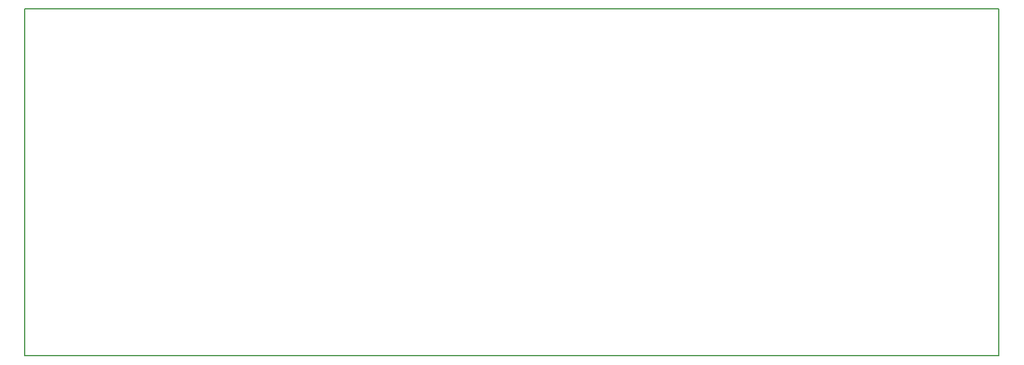
<source format=gbr>
G04 #@! TF.GenerationSoftware,KiCad,Pcbnew,5.0.0-fee4fd1~66~ubuntu18.04.1*
G04 #@! TF.CreationDate,2018-09-18T10:52:11+01:00*
G04 #@! TF.ProjectId,sdfdf,73646664662E6B696361645F70636200,rev?*
G04 #@! TF.SameCoordinates,Original*
G04 #@! TF.FileFunction,Profile,NP*
%FSLAX46Y46*%
G04 Gerber Fmt 4.6, Leading zero omitted, Abs format (unit mm)*
G04 Created by KiCad (PCBNEW 5.0.0-fee4fd1~66~ubuntu18.04.1) date Tue Sep 18 10:52:11 2018*
%MOMM*%
%LPD*%
G01*
G04 APERTURE LIST*
%ADD10C,0.150000*%
G04 APERTURE END LIST*
D10*
X140462000Y0D02*
X0Y0D01*
X140462000Y50038000D02*
X140462000Y0D01*
X0Y50038000D02*
X140462000Y50038000D01*
X0Y0D02*
X0Y50038000D01*
M02*

</source>
